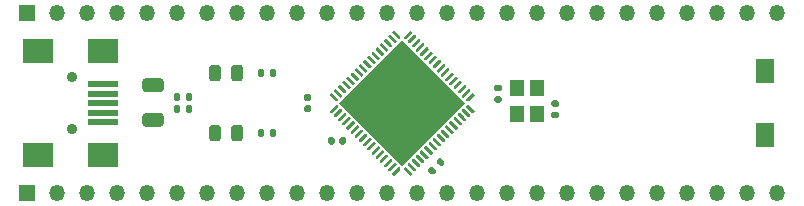
<source format=gbr>
%TF.GenerationSoftware,KiCad,Pcbnew,(5.1.10-1-10_14)*%
%TF.CreationDate,2021-09-16T13:02:04+08:00*%
%TF.ProjectId,AT90USB1287-Board,41543930-5553-4423-9132-38372d426f61,rev?*%
%TF.SameCoordinates,Original*%
%TF.FileFunction,Soldermask,Top*%
%TF.FilePolarity,Negative*%
%FSLAX46Y46*%
G04 Gerber Fmt 4.6, Leading zero omitted, Abs format (unit mm)*
G04 Created by KiCad (PCBNEW (5.1.10-1-10_14)) date 2021-09-16 13:02:04*
%MOMM*%
%LPD*%
G01*
G04 APERTURE LIST*
%ADD10C,0.100000*%
%ADD11O,1.350000X1.350000*%
%ADD12R,1.350000X1.350000*%
%ADD13R,1.200000X1.400000*%
%ADD14R,1.600000X2.000000*%
%ADD15R,2.500000X2.000000*%
%ADD16R,2.500000X0.500000*%
%ADD17C,0.900000*%
G04 APERTURE END LIST*
D10*
%TO.C,U1*%
G36*
X134323667Y-72287954D02*
G01*
X134334473Y-72282179D01*
X134346196Y-72278622D01*
X134358390Y-72277421D01*
X134448034Y-72277421D01*
X134460227Y-72278622D01*
X134471951Y-72282179D01*
X134482757Y-72287954D01*
X134492228Y-72295727D01*
X134535794Y-72339293D01*
X134543567Y-72348764D01*
X134549343Y-72359570D01*
X134552899Y-72371294D01*
X134554100Y-72383487D01*
X134552899Y-72395680D01*
X134549343Y-72407404D01*
X134543567Y-72418210D01*
X134535794Y-72427681D01*
X134005464Y-72958011D01*
X133995993Y-72965784D01*
X133985187Y-72971560D01*
X133973463Y-72975116D01*
X133961270Y-72976317D01*
X133949077Y-72975116D01*
X133937353Y-72971560D01*
X133926547Y-72965784D01*
X133917076Y-72958011D01*
X133828688Y-72869623D01*
X133820915Y-72860152D01*
X133815139Y-72849346D01*
X133811583Y-72837622D01*
X133810382Y-72825429D01*
X133811583Y-72813236D01*
X133815139Y-72801512D01*
X133820915Y-72790706D01*
X133828688Y-72781235D01*
X134314196Y-72295727D01*
X134323667Y-72287954D01*
G37*
G36*
G01*
X134270629Y-73311565D02*
X134182241Y-73223177D01*
G75*
G02*
X134182241Y-73134789I44194J44194D01*
G01*
X134712571Y-72604459D01*
G75*
G02*
X134800959Y-72604459I44194J-44194D01*
G01*
X134889347Y-72692847D01*
G75*
G02*
X134889347Y-72781235I-44194J-44194D01*
G01*
X134359017Y-73311565D01*
G75*
G02*
X134270629Y-73311565I-44194J44194D01*
G01*
G37*
G36*
G01*
X134624183Y-73665118D02*
X134535795Y-73576730D01*
G75*
G02*
X134535795Y-73488342I44194J44194D01*
G01*
X135066125Y-72958012D01*
G75*
G02*
X135154513Y-72958012I44194J-44194D01*
G01*
X135242901Y-73046400D01*
G75*
G02*
X135242901Y-73134788I-44194J-44194D01*
G01*
X134712571Y-73665118D01*
G75*
G02*
X134624183Y-73665118I-44194J44194D01*
G01*
G37*
G36*
G01*
X134977736Y-74018671D02*
X134889348Y-73930283D01*
G75*
G02*
X134889348Y-73841895I44194J44194D01*
G01*
X135419678Y-73311565D01*
G75*
G02*
X135508066Y-73311565I44194J-44194D01*
G01*
X135596454Y-73399953D01*
G75*
G02*
X135596454Y-73488341I-44194J-44194D01*
G01*
X135066124Y-74018671D01*
G75*
G02*
X134977736Y-74018671I-44194J44194D01*
G01*
G37*
G36*
G01*
X135331289Y-74372225D02*
X135242901Y-74283837D01*
G75*
G02*
X135242901Y-74195449I44194J44194D01*
G01*
X135773231Y-73665119D01*
G75*
G02*
X135861619Y-73665119I44194J-44194D01*
G01*
X135950007Y-73753507D01*
G75*
G02*
X135950007Y-73841895I-44194J-44194D01*
G01*
X135419677Y-74372225D01*
G75*
G02*
X135331289Y-74372225I-44194J44194D01*
G01*
G37*
G36*
G01*
X135684843Y-74725778D02*
X135596455Y-74637390D01*
G75*
G02*
X135596455Y-74549002I44194J44194D01*
G01*
X136126785Y-74018672D01*
G75*
G02*
X136215173Y-74018672I44194J-44194D01*
G01*
X136303561Y-74107060D01*
G75*
G02*
X136303561Y-74195448I-44194J-44194D01*
G01*
X135773231Y-74725778D01*
G75*
G02*
X135684843Y-74725778I-44194J44194D01*
G01*
G37*
G36*
G01*
X136038396Y-75079332D02*
X135950008Y-74990944D01*
G75*
G02*
X135950008Y-74902556I44194J44194D01*
G01*
X136480338Y-74372226D01*
G75*
G02*
X136568726Y-74372226I44194J-44194D01*
G01*
X136657114Y-74460614D01*
G75*
G02*
X136657114Y-74549002I-44194J-44194D01*
G01*
X136126784Y-75079332D01*
G75*
G02*
X136038396Y-75079332I-44194J44194D01*
G01*
G37*
G36*
G01*
X136391950Y-75432885D02*
X136303562Y-75344497D01*
G75*
G02*
X136303562Y-75256109I44194J44194D01*
G01*
X136833892Y-74725779D01*
G75*
G02*
X136922280Y-74725779I44194J-44194D01*
G01*
X137010668Y-74814167D01*
G75*
G02*
X137010668Y-74902555I-44194J-44194D01*
G01*
X136480338Y-75432885D01*
G75*
G02*
X136391950Y-75432885I-44194J44194D01*
G01*
G37*
G36*
G01*
X136745503Y-75786438D02*
X136657115Y-75698050D01*
G75*
G02*
X136657115Y-75609662I44194J44194D01*
G01*
X137187445Y-75079332D01*
G75*
G02*
X137275833Y-75079332I44194J-44194D01*
G01*
X137364221Y-75167720D01*
G75*
G02*
X137364221Y-75256108I-44194J-44194D01*
G01*
X136833891Y-75786438D01*
G75*
G02*
X136745503Y-75786438I-44194J44194D01*
G01*
G37*
G36*
G01*
X137099056Y-76139992D02*
X137010668Y-76051604D01*
G75*
G02*
X137010668Y-75963216I44194J44194D01*
G01*
X137540998Y-75432886D01*
G75*
G02*
X137629386Y-75432886I44194J-44194D01*
G01*
X137717774Y-75521274D01*
G75*
G02*
X137717774Y-75609662I-44194J-44194D01*
G01*
X137187444Y-76139992D01*
G75*
G02*
X137099056Y-76139992I-44194J44194D01*
G01*
G37*
G36*
G01*
X137452610Y-76493545D02*
X137364222Y-76405157D01*
G75*
G02*
X137364222Y-76316769I44194J44194D01*
G01*
X137894552Y-75786439D01*
G75*
G02*
X137982940Y-75786439I44194J-44194D01*
G01*
X138071328Y-75874827D01*
G75*
G02*
X138071328Y-75963215I-44194J-44194D01*
G01*
X137540998Y-76493545D01*
G75*
G02*
X137452610Y-76493545I-44194J44194D01*
G01*
G37*
G36*
G01*
X137806163Y-76847099D02*
X137717775Y-76758711D01*
G75*
G02*
X137717775Y-76670323I44194J44194D01*
G01*
X138248105Y-76139993D01*
G75*
G02*
X138336493Y-76139993I44194J-44194D01*
G01*
X138424881Y-76228381D01*
G75*
G02*
X138424881Y-76316769I-44194J-44194D01*
G01*
X137894551Y-76847099D01*
G75*
G02*
X137806163Y-76847099I-44194J44194D01*
G01*
G37*
G36*
G01*
X138159717Y-77200652D02*
X138071329Y-77112264D01*
G75*
G02*
X138071329Y-77023876I44194J44194D01*
G01*
X138601659Y-76493546D01*
G75*
G02*
X138690047Y-76493546I44194J-44194D01*
G01*
X138778435Y-76581934D01*
G75*
G02*
X138778435Y-76670322I-44194J-44194D01*
G01*
X138248105Y-77200652D01*
G75*
G02*
X138159717Y-77200652I-44194J44194D01*
G01*
G37*
G36*
G01*
X138513270Y-77554205D02*
X138424882Y-77465817D01*
G75*
G02*
X138424882Y-77377429I44194J44194D01*
G01*
X138955212Y-76847099D01*
G75*
G02*
X139043600Y-76847099I44194J-44194D01*
G01*
X139131988Y-76935487D01*
G75*
G02*
X139131988Y-77023875I-44194J-44194D01*
G01*
X138601658Y-77554205D01*
G75*
G02*
X138513270Y-77554205I-44194J44194D01*
G01*
G37*
G36*
G01*
X138866823Y-77907759D02*
X138778435Y-77819371D01*
G75*
G02*
X138778435Y-77730983I44194J44194D01*
G01*
X139308765Y-77200653D01*
G75*
G02*
X139397153Y-77200653I44194J-44194D01*
G01*
X139485541Y-77289041D01*
G75*
G02*
X139485541Y-77377429I-44194J-44194D01*
G01*
X138955211Y-77907759D01*
G75*
G02*
X138866823Y-77907759I-44194J44194D01*
G01*
G37*
G36*
X139671790Y-77546433D02*
G01*
X139682596Y-77540657D01*
X139694320Y-77537101D01*
X139706513Y-77535900D01*
X139718706Y-77537101D01*
X139730430Y-77540657D01*
X139741236Y-77546433D01*
X139750707Y-77554206D01*
X139794273Y-77597772D01*
X139802046Y-77607243D01*
X139807821Y-77618049D01*
X139811378Y-77629773D01*
X139812579Y-77641966D01*
X139812579Y-77731610D01*
X139811378Y-77743804D01*
X139807821Y-77755527D01*
X139802046Y-77766333D01*
X139794273Y-77775804D01*
X139308765Y-78261312D01*
X139299294Y-78269085D01*
X139288488Y-78274861D01*
X139276764Y-78278417D01*
X139264571Y-78279618D01*
X139252378Y-78278417D01*
X139240654Y-78274861D01*
X139229848Y-78269085D01*
X139220377Y-78261312D01*
X139131989Y-78172924D01*
X139124216Y-78163453D01*
X139118440Y-78152647D01*
X139114884Y-78140923D01*
X139113683Y-78128730D01*
X139114884Y-78116537D01*
X139118440Y-78104813D01*
X139124216Y-78094007D01*
X139131989Y-78084536D01*
X139662319Y-77554206D01*
X139671790Y-77546433D01*
G37*
G36*
X140166764Y-77546433D02*
G01*
X140177570Y-77540657D01*
X140189294Y-77537101D01*
X140201487Y-77535900D01*
X140213680Y-77537101D01*
X140225404Y-77540657D01*
X140236210Y-77546433D01*
X140245681Y-77554206D01*
X140776011Y-78084536D01*
X140783784Y-78094007D01*
X140789560Y-78104813D01*
X140793116Y-78116537D01*
X140794317Y-78128730D01*
X140793116Y-78140923D01*
X140789560Y-78152647D01*
X140783784Y-78163453D01*
X140776011Y-78172924D01*
X140687623Y-78261312D01*
X140678152Y-78269085D01*
X140667346Y-78274861D01*
X140655622Y-78278417D01*
X140643429Y-78279618D01*
X140631236Y-78278417D01*
X140619512Y-78274861D01*
X140608706Y-78269085D01*
X140599235Y-78261312D01*
X140113727Y-77775804D01*
X140105954Y-77766333D01*
X140100179Y-77755527D01*
X140096622Y-77743804D01*
X140095421Y-77731610D01*
X140095421Y-77641966D01*
X140096622Y-77629773D01*
X140100179Y-77618049D01*
X140105954Y-77607243D01*
X140113727Y-77597772D01*
X140157293Y-77554206D01*
X140166764Y-77546433D01*
G37*
G36*
G01*
X140952789Y-77907759D02*
X140422459Y-77377429D01*
G75*
G02*
X140422459Y-77289041I44194J44194D01*
G01*
X140510847Y-77200653D01*
G75*
G02*
X140599235Y-77200653I44194J-44194D01*
G01*
X141129565Y-77730983D01*
G75*
G02*
X141129565Y-77819371I-44194J-44194D01*
G01*
X141041177Y-77907759D01*
G75*
G02*
X140952789Y-77907759I-44194J44194D01*
G01*
G37*
G36*
G01*
X141306342Y-77554205D02*
X140776012Y-77023875D01*
G75*
G02*
X140776012Y-76935487I44194J44194D01*
G01*
X140864400Y-76847099D01*
G75*
G02*
X140952788Y-76847099I44194J-44194D01*
G01*
X141483118Y-77377429D01*
G75*
G02*
X141483118Y-77465817I-44194J-44194D01*
G01*
X141394730Y-77554205D01*
G75*
G02*
X141306342Y-77554205I-44194J44194D01*
G01*
G37*
G36*
G01*
X141659895Y-77200652D02*
X141129565Y-76670322D01*
G75*
G02*
X141129565Y-76581934I44194J44194D01*
G01*
X141217953Y-76493546D01*
G75*
G02*
X141306341Y-76493546I44194J-44194D01*
G01*
X141836671Y-77023876D01*
G75*
G02*
X141836671Y-77112264I-44194J-44194D01*
G01*
X141748283Y-77200652D01*
G75*
G02*
X141659895Y-77200652I-44194J44194D01*
G01*
G37*
G36*
G01*
X142013449Y-76847099D02*
X141483119Y-76316769D01*
G75*
G02*
X141483119Y-76228381I44194J44194D01*
G01*
X141571507Y-76139993D01*
G75*
G02*
X141659895Y-76139993I44194J-44194D01*
G01*
X142190225Y-76670323D01*
G75*
G02*
X142190225Y-76758711I-44194J-44194D01*
G01*
X142101837Y-76847099D01*
G75*
G02*
X142013449Y-76847099I-44194J44194D01*
G01*
G37*
G36*
G01*
X142367002Y-76493545D02*
X141836672Y-75963215D01*
G75*
G02*
X141836672Y-75874827I44194J44194D01*
G01*
X141925060Y-75786439D01*
G75*
G02*
X142013448Y-75786439I44194J-44194D01*
G01*
X142543778Y-76316769D01*
G75*
G02*
X142543778Y-76405157I-44194J-44194D01*
G01*
X142455390Y-76493545D01*
G75*
G02*
X142367002Y-76493545I-44194J44194D01*
G01*
G37*
G36*
G01*
X142720556Y-76139992D02*
X142190226Y-75609662D01*
G75*
G02*
X142190226Y-75521274I44194J44194D01*
G01*
X142278614Y-75432886D01*
G75*
G02*
X142367002Y-75432886I44194J-44194D01*
G01*
X142897332Y-75963216D01*
G75*
G02*
X142897332Y-76051604I-44194J-44194D01*
G01*
X142808944Y-76139992D01*
G75*
G02*
X142720556Y-76139992I-44194J44194D01*
G01*
G37*
G36*
G01*
X143074109Y-75786438D02*
X142543779Y-75256108D01*
G75*
G02*
X142543779Y-75167720I44194J44194D01*
G01*
X142632167Y-75079332D01*
G75*
G02*
X142720555Y-75079332I44194J-44194D01*
G01*
X143250885Y-75609662D01*
G75*
G02*
X143250885Y-75698050I-44194J-44194D01*
G01*
X143162497Y-75786438D01*
G75*
G02*
X143074109Y-75786438I-44194J44194D01*
G01*
G37*
G36*
G01*
X143427662Y-75432885D02*
X142897332Y-74902555D01*
G75*
G02*
X142897332Y-74814167I44194J44194D01*
G01*
X142985720Y-74725779D01*
G75*
G02*
X143074108Y-74725779I44194J-44194D01*
G01*
X143604438Y-75256109D01*
G75*
G02*
X143604438Y-75344497I-44194J-44194D01*
G01*
X143516050Y-75432885D01*
G75*
G02*
X143427662Y-75432885I-44194J44194D01*
G01*
G37*
G36*
G01*
X143781216Y-75079332D02*
X143250886Y-74549002D01*
G75*
G02*
X143250886Y-74460614I44194J44194D01*
G01*
X143339274Y-74372226D01*
G75*
G02*
X143427662Y-74372226I44194J-44194D01*
G01*
X143957992Y-74902556D01*
G75*
G02*
X143957992Y-74990944I-44194J-44194D01*
G01*
X143869604Y-75079332D01*
G75*
G02*
X143781216Y-75079332I-44194J44194D01*
G01*
G37*
G36*
G01*
X144134769Y-74725778D02*
X143604439Y-74195448D01*
G75*
G02*
X143604439Y-74107060I44194J44194D01*
G01*
X143692827Y-74018672D01*
G75*
G02*
X143781215Y-74018672I44194J-44194D01*
G01*
X144311545Y-74549002D01*
G75*
G02*
X144311545Y-74637390I-44194J-44194D01*
G01*
X144223157Y-74725778D01*
G75*
G02*
X144134769Y-74725778I-44194J44194D01*
G01*
G37*
G36*
G01*
X144488323Y-74372225D02*
X143957993Y-73841895D01*
G75*
G02*
X143957993Y-73753507I44194J44194D01*
G01*
X144046381Y-73665119D01*
G75*
G02*
X144134769Y-73665119I44194J-44194D01*
G01*
X144665099Y-74195449D01*
G75*
G02*
X144665099Y-74283837I-44194J-44194D01*
G01*
X144576711Y-74372225D01*
G75*
G02*
X144488323Y-74372225I-44194J44194D01*
G01*
G37*
G36*
G01*
X144841876Y-74018671D02*
X144311546Y-73488341D01*
G75*
G02*
X144311546Y-73399953I44194J44194D01*
G01*
X144399934Y-73311565D01*
G75*
G02*
X144488322Y-73311565I44194J-44194D01*
G01*
X145018652Y-73841895D01*
G75*
G02*
X145018652Y-73930283I-44194J-44194D01*
G01*
X144930264Y-74018671D01*
G75*
G02*
X144841876Y-74018671I-44194J44194D01*
G01*
G37*
G36*
G01*
X145195429Y-73665118D02*
X144665099Y-73134788D01*
G75*
G02*
X144665099Y-73046400I44194J44194D01*
G01*
X144753487Y-72958012D01*
G75*
G02*
X144841875Y-72958012I44194J-44194D01*
G01*
X145372205Y-73488342D01*
G75*
G02*
X145372205Y-73576730I-44194J-44194D01*
G01*
X145283817Y-73665118D01*
G75*
G02*
X145195429Y-73665118I-44194J44194D01*
G01*
G37*
G36*
G01*
X145548983Y-73311565D02*
X145018653Y-72781235D01*
G75*
G02*
X145018653Y-72692847I44194J44194D01*
G01*
X145107041Y-72604459D01*
G75*
G02*
X145195429Y-72604459I44194J-44194D01*
G01*
X145725759Y-73134789D01*
G75*
G02*
X145725759Y-73223177I-44194J-44194D01*
G01*
X145637371Y-73311565D01*
G75*
G02*
X145548983Y-73311565I-44194J44194D01*
G01*
G37*
G36*
X145425243Y-72287954D02*
G01*
X145436049Y-72282179D01*
X145447773Y-72278622D01*
X145459966Y-72277421D01*
X145549610Y-72277421D01*
X145561804Y-72278622D01*
X145573527Y-72282179D01*
X145584333Y-72287954D01*
X145593804Y-72295727D01*
X146079312Y-72781235D01*
X146087085Y-72790706D01*
X146092861Y-72801512D01*
X146096417Y-72813236D01*
X146097618Y-72825429D01*
X146096417Y-72837622D01*
X146092861Y-72849346D01*
X146087085Y-72860152D01*
X146079312Y-72869623D01*
X145990924Y-72958011D01*
X145981453Y-72965784D01*
X145970647Y-72971560D01*
X145958923Y-72975116D01*
X145946730Y-72976317D01*
X145934537Y-72975116D01*
X145922813Y-72971560D01*
X145912007Y-72965784D01*
X145902536Y-72958011D01*
X145372206Y-72427681D01*
X145364433Y-72418210D01*
X145358657Y-72407404D01*
X145355101Y-72395680D01*
X145353900Y-72383487D01*
X145355101Y-72371294D01*
X145358657Y-72359570D01*
X145364433Y-72348764D01*
X145372206Y-72339293D01*
X145415772Y-72295727D01*
X145425243Y-72287954D01*
G37*
G36*
X145912007Y-71306216D02*
G01*
X145922813Y-71300440D01*
X145934537Y-71296884D01*
X145946730Y-71295683D01*
X145958923Y-71296884D01*
X145970647Y-71300440D01*
X145981453Y-71306216D01*
X145990924Y-71313989D01*
X146079312Y-71402377D01*
X146087085Y-71411848D01*
X146092861Y-71422654D01*
X146096417Y-71434378D01*
X146097618Y-71446571D01*
X146096417Y-71458764D01*
X146092861Y-71470488D01*
X146087085Y-71481294D01*
X146079312Y-71490765D01*
X145593804Y-71976273D01*
X145584333Y-71984046D01*
X145573527Y-71989821D01*
X145561804Y-71993378D01*
X145549610Y-71994579D01*
X145459966Y-71994579D01*
X145447773Y-71993378D01*
X145436049Y-71989821D01*
X145425243Y-71984046D01*
X145415772Y-71976273D01*
X145372206Y-71932707D01*
X145364433Y-71923236D01*
X145358657Y-71912430D01*
X145355101Y-71900706D01*
X145353900Y-71888513D01*
X145355101Y-71876320D01*
X145358657Y-71864596D01*
X145364433Y-71853790D01*
X145372206Y-71844319D01*
X145902536Y-71313989D01*
X145912007Y-71306216D01*
G37*
G36*
G01*
X145107041Y-71667541D02*
X145018653Y-71579153D01*
G75*
G02*
X145018653Y-71490765I44194J44194D01*
G01*
X145548983Y-70960435D01*
G75*
G02*
X145637371Y-70960435I44194J-44194D01*
G01*
X145725759Y-71048823D01*
G75*
G02*
X145725759Y-71137211I-44194J-44194D01*
G01*
X145195429Y-71667541D01*
G75*
G02*
X145107041Y-71667541I-44194J44194D01*
G01*
G37*
G36*
G01*
X144753487Y-71313988D02*
X144665099Y-71225600D01*
G75*
G02*
X144665099Y-71137212I44194J44194D01*
G01*
X145195429Y-70606882D01*
G75*
G02*
X145283817Y-70606882I44194J-44194D01*
G01*
X145372205Y-70695270D01*
G75*
G02*
X145372205Y-70783658I-44194J-44194D01*
G01*
X144841875Y-71313988D01*
G75*
G02*
X144753487Y-71313988I-44194J44194D01*
G01*
G37*
G36*
G01*
X144399934Y-70960435D02*
X144311546Y-70872047D01*
G75*
G02*
X144311546Y-70783659I44194J44194D01*
G01*
X144841876Y-70253329D01*
G75*
G02*
X144930264Y-70253329I44194J-44194D01*
G01*
X145018652Y-70341717D01*
G75*
G02*
X145018652Y-70430105I-44194J-44194D01*
G01*
X144488322Y-70960435D01*
G75*
G02*
X144399934Y-70960435I-44194J44194D01*
G01*
G37*
G36*
G01*
X144046381Y-70606881D02*
X143957993Y-70518493D01*
G75*
G02*
X143957993Y-70430105I44194J44194D01*
G01*
X144488323Y-69899775D01*
G75*
G02*
X144576711Y-69899775I44194J-44194D01*
G01*
X144665099Y-69988163D01*
G75*
G02*
X144665099Y-70076551I-44194J-44194D01*
G01*
X144134769Y-70606881D01*
G75*
G02*
X144046381Y-70606881I-44194J44194D01*
G01*
G37*
G36*
G01*
X143692827Y-70253328D02*
X143604439Y-70164940D01*
G75*
G02*
X143604439Y-70076552I44194J44194D01*
G01*
X144134769Y-69546222D01*
G75*
G02*
X144223157Y-69546222I44194J-44194D01*
G01*
X144311545Y-69634610D01*
G75*
G02*
X144311545Y-69722998I-44194J-44194D01*
G01*
X143781215Y-70253328D01*
G75*
G02*
X143692827Y-70253328I-44194J44194D01*
G01*
G37*
G36*
G01*
X143339274Y-69899774D02*
X143250886Y-69811386D01*
G75*
G02*
X143250886Y-69722998I44194J44194D01*
G01*
X143781216Y-69192668D01*
G75*
G02*
X143869604Y-69192668I44194J-44194D01*
G01*
X143957992Y-69281056D01*
G75*
G02*
X143957992Y-69369444I-44194J-44194D01*
G01*
X143427662Y-69899774D01*
G75*
G02*
X143339274Y-69899774I-44194J44194D01*
G01*
G37*
G36*
G01*
X142985720Y-69546221D02*
X142897332Y-69457833D01*
G75*
G02*
X142897332Y-69369445I44194J44194D01*
G01*
X143427662Y-68839115D01*
G75*
G02*
X143516050Y-68839115I44194J-44194D01*
G01*
X143604438Y-68927503D01*
G75*
G02*
X143604438Y-69015891I-44194J-44194D01*
G01*
X143074108Y-69546221D01*
G75*
G02*
X142985720Y-69546221I-44194J44194D01*
G01*
G37*
G36*
G01*
X142632167Y-69192668D02*
X142543779Y-69104280D01*
G75*
G02*
X142543779Y-69015892I44194J44194D01*
G01*
X143074109Y-68485562D01*
G75*
G02*
X143162497Y-68485562I44194J-44194D01*
G01*
X143250885Y-68573950D01*
G75*
G02*
X143250885Y-68662338I-44194J-44194D01*
G01*
X142720555Y-69192668D01*
G75*
G02*
X142632167Y-69192668I-44194J44194D01*
G01*
G37*
G36*
G01*
X142278614Y-68839114D02*
X142190226Y-68750726D01*
G75*
G02*
X142190226Y-68662338I44194J44194D01*
G01*
X142720556Y-68132008D01*
G75*
G02*
X142808944Y-68132008I44194J-44194D01*
G01*
X142897332Y-68220396D01*
G75*
G02*
X142897332Y-68308784I-44194J-44194D01*
G01*
X142367002Y-68839114D01*
G75*
G02*
X142278614Y-68839114I-44194J44194D01*
G01*
G37*
G36*
G01*
X141925060Y-68485561D02*
X141836672Y-68397173D01*
G75*
G02*
X141836672Y-68308785I44194J44194D01*
G01*
X142367002Y-67778455D01*
G75*
G02*
X142455390Y-67778455I44194J-44194D01*
G01*
X142543778Y-67866843D01*
G75*
G02*
X142543778Y-67955231I-44194J-44194D01*
G01*
X142013448Y-68485561D01*
G75*
G02*
X141925060Y-68485561I-44194J44194D01*
G01*
G37*
G36*
G01*
X141571507Y-68132007D02*
X141483119Y-68043619D01*
G75*
G02*
X141483119Y-67955231I44194J44194D01*
G01*
X142013449Y-67424901D01*
G75*
G02*
X142101837Y-67424901I44194J-44194D01*
G01*
X142190225Y-67513289D01*
G75*
G02*
X142190225Y-67601677I-44194J-44194D01*
G01*
X141659895Y-68132007D01*
G75*
G02*
X141571507Y-68132007I-44194J44194D01*
G01*
G37*
G36*
G01*
X141217953Y-67778454D02*
X141129565Y-67690066D01*
G75*
G02*
X141129565Y-67601678I44194J44194D01*
G01*
X141659895Y-67071348D01*
G75*
G02*
X141748283Y-67071348I44194J-44194D01*
G01*
X141836671Y-67159736D01*
G75*
G02*
X141836671Y-67248124I-44194J-44194D01*
G01*
X141306341Y-67778454D01*
G75*
G02*
X141217953Y-67778454I-44194J44194D01*
G01*
G37*
G36*
G01*
X140864400Y-67424901D02*
X140776012Y-67336513D01*
G75*
G02*
X140776012Y-67248125I44194J44194D01*
G01*
X141306342Y-66717795D01*
G75*
G02*
X141394730Y-66717795I44194J-44194D01*
G01*
X141483118Y-66806183D01*
G75*
G02*
X141483118Y-66894571I-44194J-44194D01*
G01*
X140952788Y-67424901D01*
G75*
G02*
X140864400Y-67424901I-44194J44194D01*
G01*
G37*
G36*
G01*
X140510847Y-67071347D02*
X140422459Y-66982959D01*
G75*
G02*
X140422459Y-66894571I44194J44194D01*
G01*
X140952789Y-66364241D01*
G75*
G02*
X141041177Y-66364241I44194J-44194D01*
G01*
X141129565Y-66452629D01*
G75*
G02*
X141129565Y-66541017I-44194J-44194D01*
G01*
X140599235Y-67071347D01*
G75*
G02*
X140510847Y-67071347I-44194J44194D01*
G01*
G37*
G36*
X140608706Y-66002915D02*
G01*
X140619512Y-65997139D01*
X140631236Y-65993583D01*
X140643429Y-65992382D01*
X140655622Y-65993583D01*
X140667346Y-65997139D01*
X140678152Y-66002915D01*
X140687623Y-66010688D01*
X140776011Y-66099076D01*
X140783784Y-66108547D01*
X140789560Y-66119353D01*
X140793116Y-66131077D01*
X140794317Y-66143270D01*
X140793116Y-66155463D01*
X140789560Y-66167187D01*
X140783784Y-66177993D01*
X140776011Y-66187464D01*
X140245681Y-66717794D01*
X140236210Y-66725567D01*
X140225404Y-66731343D01*
X140213680Y-66734899D01*
X140201487Y-66736100D01*
X140189294Y-66734899D01*
X140177570Y-66731343D01*
X140166764Y-66725567D01*
X140157293Y-66717794D01*
X140113727Y-66674228D01*
X140105954Y-66664757D01*
X140100179Y-66653951D01*
X140096622Y-66642227D01*
X140095421Y-66630034D01*
X140095421Y-66540390D01*
X140096622Y-66528196D01*
X140100179Y-66516473D01*
X140105954Y-66505667D01*
X140113727Y-66496196D01*
X140599235Y-66010688D01*
X140608706Y-66002915D01*
G37*
G36*
X139229848Y-66002915D02*
G01*
X139240654Y-65997139D01*
X139252378Y-65993583D01*
X139264571Y-65992382D01*
X139276764Y-65993583D01*
X139288488Y-65997139D01*
X139299294Y-66002915D01*
X139308765Y-66010688D01*
X139794273Y-66496196D01*
X139802046Y-66505667D01*
X139807821Y-66516473D01*
X139811378Y-66528196D01*
X139812579Y-66540390D01*
X139812579Y-66630034D01*
X139811378Y-66642227D01*
X139807821Y-66653951D01*
X139802046Y-66664757D01*
X139794273Y-66674228D01*
X139750707Y-66717794D01*
X139741236Y-66725567D01*
X139730430Y-66731343D01*
X139718706Y-66734899D01*
X139706513Y-66736100D01*
X139694320Y-66734899D01*
X139682596Y-66731343D01*
X139671790Y-66725567D01*
X139662319Y-66717794D01*
X139131989Y-66187464D01*
X139124216Y-66177993D01*
X139118440Y-66167187D01*
X139114884Y-66155463D01*
X139113683Y-66143270D01*
X139114884Y-66131077D01*
X139118440Y-66119353D01*
X139124216Y-66108547D01*
X139131989Y-66099076D01*
X139220377Y-66010688D01*
X139229848Y-66002915D01*
G37*
G36*
G01*
X139308765Y-67071347D02*
X138778435Y-66541017D01*
G75*
G02*
X138778435Y-66452629I44194J44194D01*
G01*
X138866823Y-66364241D01*
G75*
G02*
X138955211Y-66364241I44194J-44194D01*
G01*
X139485541Y-66894571D01*
G75*
G02*
X139485541Y-66982959I-44194J-44194D01*
G01*
X139397153Y-67071347D01*
G75*
G02*
X139308765Y-67071347I-44194J44194D01*
G01*
G37*
G36*
G01*
X138955212Y-67424901D02*
X138424882Y-66894571D01*
G75*
G02*
X138424882Y-66806183I44194J44194D01*
G01*
X138513270Y-66717795D01*
G75*
G02*
X138601658Y-66717795I44194J-44194D01*
G01*
X139131988Y-67248125D01*
G75*
G02*
X139131988Y-67336513I-44194J-44194D01*
G01*
X139043600Y-67424901D01*
G75*
G02*
X138955212Y-67424901I-44194J44194D01*
G01*
G37*
G36*
G01*
X138601659Y-67778454D02*
X138071329Y-67248124D01*
G75*
G02*
X138071329Y-67159736I44194J44194D01*
G01*
X138159717Y-67071348D01*
G75*
G02*
X138248105Y-67071348I44194J-44194D01*
G01*
X138778435Y-67601678D01*
G75*
G02*
X138778435Y-67690066I-44194J-44194D01*
G01*
X138690047Y-67778454D01*
G75*
G02*
X138601659Y-67778454I-44194J44194D01*
G01*
G37*
G36*
G01*
X138248105Y-68132007D02*
X137717775Y-67601677D01*
G75*
G02*
X137717775Y-67513289I44194J44194D01*
G01*
X137806163Y-67424901D01*
G75*
G02*
X137894551Y-67424901I44194J-44194D01*
G01*
X138424881Y-67955231D01*
G75*
G02*
X138424881Y-68043619I-44194J-44194D01*
G01*
X138336493Y-68132007D01*
G75*
G02*
X138248105Y-68132007I-44194J44194D01*
G01*
G37*
G36*
G01*
X137894552Y-68485561D02*
X137364222Y-67955231D01*
G75*
G02*
X137364222Y-67866843I44194J44194D01*
G01*
X137452610Y-67778455D01*
G75*
G02*
X137540998Y-67778455I44194J-44194D01*
G01*
X138071328Y-68308785D01*
G75*
G02*
X138071328Y-68397173I-44194J-44194D01*
G01*
X137982940Y-68485561D01*
G75*
G02*
X137894552Y-68485561I-44194J44194D01*
G01*
G37*
G36*
G01*
X137540998Y-68839114D02*
X137010668Y-68308784D01*
G75*
G02*
X137010668Y-68220396I44194J44194D01*
G01*
X137099056Y-68132008D01*
G75*
G02*
X137187444Y-68132008I44194J-44194D01*
G01*
X137717774Y-68662338D01*
G75*
G02*
X137717774Y-68750726I-44194J-44194D01*
G01*
X137629386Y-68839114D01*
G75*
G02*
X137540998Y-68839114I-44194J44194D01*
G01*
G37*
G36*
G01*
X137187445Y-69192668D02*
X136657115Y-68662338D01*
G75*
G02*
X136657115Y-68573950I44194J44194D01*
G01*
X136745503Y-68485562D01*
G75*
G02*
X136833891Y-68485562I44194J-44194D01*
G01*
X137364221Y-69015892D01*
G75*
G02*
X137364221Y-69104280I-44194J-44194D01*
G01*
X137275833Y-69192668D01*
G75*
G02*
X137187445Y-69192668I-44194J44194D01*
G01*
G37*
G36*
G01*
X136833892Y-69546221D02*
X136303562Y-69015891D01*
G75*
G02*
X136303562Y-68927503I44194J44194D01*
G01*
X136391950Y-68839115D01*
G75*
G02*
X136480338Y-68839115I44194J-44194D01*
G01*
X137010668Y-69369445D01*
G75*
G02*
X137010668Y-69457833I-44194J-44194D01*
G01*
X136922280Y-69546221D01*
G75*
G02*
X136833892Y-69546221I-44194J44194D01*
G01*
G37*
G36*
G01*
X136480338Y-69899774D02*
X135950008Y-69369444D01*
G75*
G02*
X135950008Y-69281056I44194J44194D01*
G01*
X136038396Y-69192668D01*
G75*
G02*
X136126784Y-69192668I44194J-44194D01*
G01*
X136657114Y-69722998D01*
G75*
G02*
X136657114Y-69811386I-44194J-44194D01*
G01*
X136568726Y-69899774D01*
G75*
G02*
X136480338Y-69899774I-44194J44194D01*
G01*
G37*
G36*
G01*
X136126785Y-70253328D02*
X135596455Y-69722998D01*
G75*
G02*
X135596455Y-69634610I44194J44194D01*
G01*
X135684843Y-69546222D01*
G75*
G02*
X135773231Y-69546222I44194J-44194D01*
G01*
X136303561Y-70076552D01*
G75*
G02*
X136303561Y-70164940I-44194J-44194D01*
G01*
X136215173Y-70253328D01*
G75*
G02*
X136126785Y-70253328I-44194J44194D01*
G01*
G37*
G36*
G01*
X135773231Y-70606881D02*
X135242901Y-70076551D01*
G75*
G02*
X135242901Y-69988163I44194J44194D01*
G01*
X135331289Y-69899775D01*
G75*
G02*
X135419677Y-69899775I44194J-44194D01*
G01*
X135950007Y-70430105D01*
G75*
G02*
X135950007Y-70518493I-44194J-44194D01*
G01*
X135861619Y-70606881D01*
G75*
G02*
X135773231Y-70606881I-44194J44194D01*
G01*
G37*
G36*
G01*
X135419678Y-70960435D02*
X134889348Y-70430105D01*
G75*
G02*
X134889348Y-70341717I44194J44194D01*
G01*
X134977736Y-70253329D01*
G75*
G02*
X135066124Y-70253329I44194J-44194D01*
G01*
X135596454Y-70783659D01*
G75*
G02*
X135596454Y-70872047I-44194J-44194D01*
G01*
X135508066Y-70960435D01*
G75*
G02*
X135419678Y-70960435I-44194J44194D01*
G01*
G37*
G36*
G01*
X135066125Y-71313988D02*
X134535795Y-70783658D01*
G75*
G02*
X134535795Y-70695270I44194J44194D01*
G01*
X134624183Y-70606882D01*
G75*
G02*
X134712571Y-70606882I44194J-44194D01*
G01*
X135242901Y-71137212D01*
G75*
G02*
X135242901Y-71225600I-44194J-44194D01*
G01*
X135154513Y-71313988D01*
G75*
G02*
X135066125Y-71313988I-44194J44194D01*
G01*
G37*
G36*
G01*
X134712571Y-71667541D02*
X134182241Y-71137211D01*
G75*
G02*
X134182241Y-71048823I44194J44194D01*
G01*
X134270629Y-70960435D01*
G75*
G02*
X134359017Y-70960435I44194J-44194D01*
G01*
X134889347Y-71490765D01*
G75*
G02*
X134889347Y-71579153I-44194J-44194D01*
G01*
X134800959Y-71667541D01*
G75*
G02*
X134712571Y-71667541I-44194J44194D01*
G01*
G37*
G36*
X133926547Y-71306216D02*
G01*
X133937353Y-71300440D01*
X133949077Y-71296884D01*
X133961270Y-71295683D01*
X133973463Y-71296884D01*
X133985187Y-71300440D01*
X133995993Y-71306216D01*
X134005464Y-71313989D01*
X134535794Y-71844319D01*
X134543567Y-71853790D01*
X134549343Y-71864596D01*
X134552899Y-71876320D01*
X134554100Y-71888513D01*
X134552899Y-71900706D01*
X134549343Y-71912430D01*
X134543567Y-71923236D01*
X134535794Y-71932707D01*
X134492228Y-71976273D01*
X134482757Y-71984046D01*
X134471951Y-71989821D01*
X134460227Y-71993378D01*
X134448034Y-71994579D01*
X134358390Y-71994579D01*
X134346196Y-71993378D01*
X134334473Y-71989821D01*
X134323667Y-71984046D01*
X134314196Y-71976273D01*
X133828688Y-71490765D01*
X133820915Y-71481294D01*
X133815139Y-71470488D01*
X133811583Y-71458764D01*
X133810382Y-71446571D01*
X133811583Y-71434378D01*
X133815139Y-71422654D01*
X133820915Y-71411848D01*
X133828688Y-71402377D01*
X133917076Y-71313989D01*
X133926547Y-71306216D01*
G37*
G36*
X139954000Y-77439301D02*
G01*
X134650699Y-72136000D01*
X139954000Y-66832699D01*
X145257301Y-72136000D01*
X139954000Y-77439301D01*
G37*
%TD*%
%TO.C,R3*%
G36*
G01*
X142554104Y-77529267D02*
X142815733Y-77790896D01*
G75*
G02*
X142815733Y-77981814I-95459J-95459D01*
G01*
X142624814Y-78172733D01*
G75*
G02*
X142433896Y-78172733I-95459J95459D01*
G01*
X142172267Y-77911104D01*
G75*
G02*
X142172267Y-77720186I95459J95459D01*
G01*
X142363186Y-77529267D01*
G75*
G02*
X142554104Y-77529267I95459J-95459D01*
G01*
G37*
G36*
G01*
X143275352Y-76808019D02*
X143536981Y-77069648D01*
G75*
G02*
X143536981Y-77260566I-95459J-95459D01*
G01*
X143346062Y-77451485D01*
G75*
G02*
X143155144Y-77451485I-95459J95459D01*
G01*
X142893515Y-77189856D01*
G75*
G02*
X142893515Y-76998938I95459J95459D01*
G01*
X143084434Y-76808019D01*
G75*
G02*
X143275352Y-76808019I95459J-95459D01*
G01*
G37*
%TD*%
%TO.C,D2*%
G36*
G01*
X125496500Y-70052250D02*
X125496500Y-69139750D01*
G75*
G02*
X125740250Y-68896000I243750J0D01*
G01*
X126227750Y-68896000D01*
G75*
G02*
X126471500Y-69139750I0J-243750D01*
G01*
X126471500Y-70052250D01*
G75*
G02*
X126227750Y-70296000I-243750J0D01*
G01*
X125740250Y-70296000D01*
G75*
G02*
X125496500Y-70052250I0J243750D01*
G01*
G37*
G36*
G01*
X123621500Y-70052250D02*
X123621500Y-69139750D01*
G75*
G02*
X123865250Y-68896000I243750J0D01*
G01*
X124352750Y-68896000D01*
G75*
G02*
X124596500Y-69139750I0J-243750D01*
G01*
X124596500Y-70052250D01*
G75*
G02*
X124352750Y-70296000I-243750J0D01*
G01*
X123865250Y-70296000D01*
G75*
G02*
X123621500Y-70052250I0J243750D01*
G01*
G37*
%TD*%
D11*
%TO.C,J3*%
X171704000Y-64516000D03*
X169164000Y-64516000D03*
X166624000Y-64516000D03*
X164084000Y-64516000D03*
X161544000Y-64516000D03*
X159004000Y-64516000D03*
X156464000Y-64516000D03*
X153924000Y-64516000D03*
X151384000Y-64516000D03*
X148844000Y-64516000D03*
X146304000Y-64516000D03*
X143764000Y-64516000D03*
X141224000Y-64516000D03*
X138684000Y-64516000D03*
X136144000Y-64516000D03*
X133604000Y-64516000D03*
X131064000Y-64516000D03*
X128524000Y-64516000D03*
X125984000Y-64516000D03*
X123444000Y-64516000D03*
X120904000Y-64516000D03*
X118364000Y-64516000D03*
X115824000Y-64516000D03*
X113284000Y-64516000D03*
X110744000Y-64516000D03*
D12*
X108204000Y-64516000D03*
%TD*%
%TO.C,C4*%
G36*
G01*
X131783000Y-71376000D02*
X132123000Y-71376000D01*
G75*
G02*
X132263000Y-71516000I0J-140000D01*
G01*
X132263000Y-71796000D01*
G75*
G02*
X132123000Y-71936000I-140000J0D01*
G01*
X131783000Y-71936000D01*
G75*
G02*
X131643000Y-71796000I0J140000D01*
G01*
X131643000Y-71516000D01*
G75*
G02*
X131783000Y-71376000I140000J0D01*
G01*
G37*
G36*
G01*
X131783000Y-72336000D02*
X132123000Y-72336000D01*
G75*
G02*
X132263000Y-72476000I0J-140000D01*
G01*
X132263000Y-72756000D01*
G75*
G02*
X132123000Y-72896000I-140000J0D01*
G01*
X131783000Y-72896000D01*
G75*
G02*
X131643000Y-72756000I0J140000D01*
G01*
X131643000Y-72476000D01*
G75*
G02*
X131783000Y-72336000I140000J0D01*
G01*
G37*
%TD*%
%TO.C,C5*%
G36*
G01*
X118221999Y-72987000D02*
X119522001Y-72987000D01*
G75*
G02*
X119772000Y-73236999I0J-249999D01*
G01*
X119772000Y-73887001D01*
G75*
G02*
X119522001Y-74137000I-249999J0D01*
G01*
X118221999Y-74137000D01*
G75*
G02*
X117972000Y-73887001I0J249999D01*
G01*
X117972000Y-73236999D01*
G75*
G02*
X118221999Y-72987000I249999J0D01*
G01*
G37*
G36*
G01*
X118221999Y-70037000D02*
X119522001Y-70037000D01*
G75*
G02*
X119772000Y-70286999I0J-249999D01*
G01*
X119772000Y-70937001D01*
G75*
G02*
X119522001Y-71187000I-249999J0D01*
G01*
X118221999Y-71187000D01*
G75*
G02*
X117972000Y-70937001I0J249999D01*
G01*
X117972000Y-70286999D01*
G75*
G02*
X118221999Y-70037000I249999J0D01*
G01*
G37*
%TD*%
D13*
%TO.C,Y1*%
X149684000Y-73066000D03*
X149684000Y-70866000D03*
X151384000Y-70866000D03*
X151384000Y-73066000D03*
%TD*%
D14*
%TO.C,SW1*%
X170688000Y-69436000D03*
X170688000Y-74836000D03*
%TD*%
%TO.C,R5*%
G36*
G01*
X128286000Y-69411000D02*
X128286000Y-69781000D01*
G75*
G02*
X128151000Y-69916000I-135000J0D01*
G01*
X127881000Y-69916000D01*
G75*
G02*
X127746000Y-69781000I0J135000D01*
G01*
X127746000Y-69411000D01*
G75*
G02*
X127881000Y-69276000I135000J0D01*
G01*
X128151000Y-69276000D01*
G75*
G02*
X128286000Y-69411000I0J-135000D01*
G01*
G37*
G36*
G01*
X129306000Y-69411000D02*
X129306000Y-69781000D01*
G75*
G02*
X129171000Y-69916000I-135000J0D01*
G01*
X128901000Y-69916000D01*
G75*
G02*
X128766000Y-69781000I0J135000D01*
G01*
X128766000Y-69411000D01*
G75*
G02*
X128901000Y-69276000I135000J0D01*
G01*
X129171000Y-69276000D01*
G75*
G02*
X129306000Y-69411000I0J-135000D01*
G01*
G37*
%TD*%
%TO.C,R4*%
G36*
G01*
X128284000Y-74491000D02*
X128284000Y-74861000D01*
G75*
G02*
X128149000Y-74996000I-135000J0D01*
G01*
X127879000Y-74996000D01*
G75*
G02*
X127744000Y-74861000I0J135000D01*
G01*
X127744000Y-74491000D01*
G75*
G02*
X127879000Y-74356000I135000J0D01*
G01*
X128149000Y-74356000D01*
G75*
G02*
X128284000Y-74491000I0J-135000D01*
G01*
G37*
G36*
G01*
X129304000Y-74491000D02*
X129304000Y-74861000D01*
G75*
G02*
X129169000Y-74996000I-135000J0D01*
G01*
X128899000Y-74996000D01*
G75*
G02*
X128764000Y-74861000I0J135000D01*
G01*
X128764000Y-74491000D01*
G75*
G02*
X128899000Y-74356000I135000J0D01*
G01*
X129169000Y-74356000D01*
G75*
G02*
X129304000Y-74491000I0J-135000D01*
G01*
G37*
%TD*%
%TO.C,R2*%
G36*
G01*
X121654000Y-71813000D02*
X121654000Y-71443000D01*
G75*
G02*
X121789000Y-71308000I135000J0D01*
G01*
X122059000Y-71308000D01*
G75*
G02*
X122194000Y-71443000I0J-135000D01*
G01*
X122194000Y-71813000D01*
G75*
G02*
X122059000Y-71948000I-135000J0D01*
G01*
X121789000Y-71948000D01*
G75*
G02*
X121654000Y-71813000I0J135000D01*
G01*
G37*
G36*
G01*
X120634000Y-71813000D02*
X120634000Y-71443000D01*
G75*
G02*
X120769000Y-71308000I135000J0D01*
G01*
X121039000Y-71308000D01*
G75*
G02*
X121174000Y-71443000I0J-135000D01*
G01*
X121174000Y-71813000D01*
G75*
G02*
X121039000Y-71948000I-135000J0D01*
G01*
X120769000Y-71948000D01*
G75*
G02*
X120634000Y-71813000I0J135000D01*
G01*
G37*
%TD*%
%TO.C,R1*%
G36*
G01*
X121174000Y-72459000D02*
X121174000Y-72829000D01*
G75*
G02*
X121039000Y-72964000I-135000J0D01*
G01*
X120769000Y-72964000D01*
G75*
G02*
X120634000Y-72829000I0J135000D01*
G01*
X120634000Y-72459000D01*
G75*
G02*
X120769000Y-72324000I135000J0D01*
G01*
X121039000Y-72324000D01*
G75*
G02*
X121174000Y-72459000I0J-135000D01*
G01*
G37*
G36*
G01*
X122194000Y-72459000D02*
X122194000Y-72829000D01*
G75*
G02*
X122059000Y-72964000I-135000J0D01*
G01*
X121789000Y-72964000D01*
G75*
G02*
X121654000Y-72829000I0J135000D01*
G01*
X121654000Y-72459000D01*
G75*
G02*
X121789000Y-72324000I135000J0D01*
G01*
X122059000Y-72324000D01*
G75*
G02*
X122194000Y-72459000I0J-135000D01*
G01*
G37*
%TD*%
D11*
%TO.C,J2*%
X171704000Y-79756000D03*
X169164000Y-79756000D03*
X166624000Y-79756000D03*
X164084000Y-79756000D03*
X161544000Y-79756000D03*
X159004000Y-79756000D03*
X156464000Y-79756000D03*
X153924000Y-79756000D03*
X151384000Y-79756000D03*
X148844000Y-79756000D03*
X146304000Y-79756000D03*
X143764000Y-79756000D03*
X141224000Y-79756000D03*
X138684000Y-79756000D03*
X136144000Y-79756000D03*
X133604000Y-79756000D03*
X131064000Y-79756000D03*
X128524000Y-79756000D03*
X125984000Y-79756000D03*
X123444000Y-79756000D03*
X120904000Y-79756000D03*
X118364000Y-79756000D03*
X115824000Y-79756000D03*
X113284000Y-79756000D03*
X110744000Y-79756000D03*
D12*
X108204000Y-79756000D03*
%TD*%
D15*
%TO.C,J1*%
X109114000Y-67736000D03*
X109114000Y-76536000D03*
X114614000Y-67736000D03*
X114614000Y-76536000D03*
D16*
X114614000Y-70536000D03*
X114614000Y-71336000D03*
X114614000Y-72136000D03*
X114614000Y-72936000D03*
X114614000Y-73736000D03*
D17*
X112014000Y-69936000D03*
X112014000Y-74336000D03*
%TD*%
%TO.C,D1*%
G36*
G01*
X123621500Y-75132250D02*
X123621500Y-74219750D01*
G75*
G02*
X123865250Y-73976000I243750J0D01*
G01*
X124352750Y-73976000D01*
G75*
G02*
X124596500Y-74219750I0J-243750D01*
G01*
X124596500Y-75132250D01*
G75*
G02*
X124352750Y-75376000I-243750J0D01*
G01*
X123865250Y-75376000D01*
G75*
G02*
X123621500Y-75132250I0J243750D01*
G01*
G37*
G36*
G01*
X125496500Y-75132250D02*
X125496500Y-74219750D01*
G75*
G02*
X125740250Y-73976000I243750J0D01*
G01*
X126227750Y-73976000D01*
G75*
G02*
X126471500Y-74219750I0J-243750D01*
G01*
X126471500Y-75132250D01*
G75*
G02*
X126227750Y-75376000I-243750J0D01*
G01*
X125740250Y-75376000D01*
G75*
G02*
X125496500Y-75132250I0J243750D01*
G01*
G37*
%TD*%
%TO.C,C3*%
G36*
G01*
X135199600Y-75166400D02*
X135199600Y-75506400D01*
G75*
G02*
X135059600Y-75646400I-140000J0D01*
G01*
X134779600Y-75646400D01*
G75*
G02*
X134639600Y-75506400I0J140000D01*
G01*
X134639600Y-75166400D01*
G75*
G02*
X134779600Y-75026400I140000J0D01*
G01*
X135059600Y-75026400D01*
G75*
G02*
X135199600Y-75166400I0J-140000D01*
G01*
G37*
G36*
G01*
X134239600Y-75166400D02*
X134239600Y-75506400D01*
G75*
G02*
X134099600Y-75646400I-140000J0D01*
G01*
X133819600Y-75646400D01*
G75*
G02*
X133679600Y-75506400I0J140000D01*
G01*
X133679600Y-75166400D01*
G75*
G02*
X133819600Y-75026400I140000J0D01*
G01*
X134099600Y-75026400D01*
G75*
G02*
X134239600Y-75166400I0J-140000D01*
G01*
G37*
%TD*%
%TO.C,C2*%
G36*
G01*
X147912000Y-71546000D02*
X148252000Y-71546000D01*
G75*
G02*
X148392000Y-71686000I0J-140000D01*
G01*
X148392000Y-71966000D01*
G75*
G02*
X148252000Y-72106000I-140000J0D01*
G01*
X147912000Y-72106000D01*
G75*
G02*
X147772000Y-71966000I0J140000D01*
G01*
X147772000Y-71686000D01*
G75*
G02*
X147912000Y-71546000I140000J0D01*
G01*
G37*
G36*
G01*
X147912000Y-70586000D02*
X148252000Y-70586000D01*
G75*
G02*
X148392000Y-70726000I0J-140000D01*
G01*
X148392000Y-71006000D01*
G75*
G02*
X148252000Y-71146000I-140000J0D01*
G01*
X147912000Y-71146000D01*
G75*
G02*
X147772000Y-71006000I0J140000D01*
G01*
X147772000Y-70726000D01*
G75*
G02*
X147912000Y-70586000I140000J0D01*
G01*
G37*
%TD*%
%TO.C,C1*%
G36*
G01*
X153078000Y-72472000D02*
X152738000Y-72472000D01*
G75*
G02*
X152598000Y-72332000I0J140000D01*
G01*
X152598000Y-72052000D01*
G75*
G02*
X152738000Y-71912000I140000J0D01*
G01*
X153078000Y-71912000D01*
G75*
G02*
X153218000Y-72052000I0J-140000D01*
G01*
X153218000Y-72332000D01*
G75*
G02*
X153078000Y-72472000I-140000J0D01*
G01*
G37*
G36*
G01*
X153078000Y-73432000D02*
X152738000Y-73432000D01*
G75*
G02*
X152598000Y-73292000I0J140000D01*
G01*
X152598000Y-73012000D01*
G75*
G02*
X152738000Y-72872000I140000J0D01*
G01*
X153078000Y-72872000D01*
G75*
G02*
X153218000Y-73012000I0J-140000D01*
G01*
X153218000Y-73292000D01*
G75*
G02*
X153078000Y-73432000I-140000J0D01*
G01*
G37*
%TD*%
M02*

</source>
